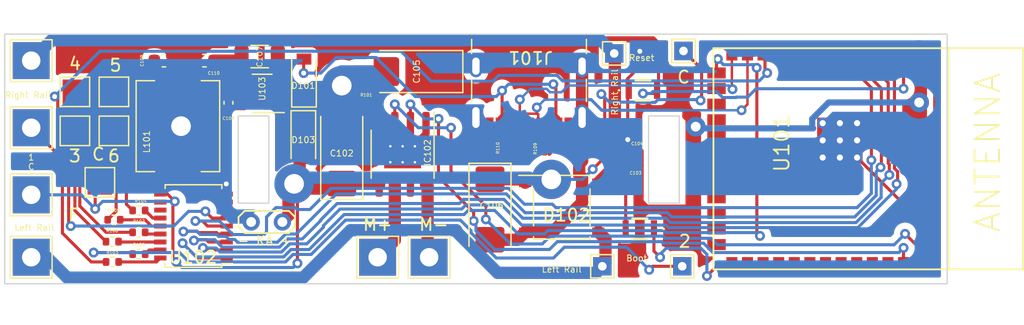
<source format=kicad_pcb>
(kicad_pcb (version 20211014) (generator pcbnew)
  (layers (0 "F.Cu" signal) (31 "B.Cu" signal) (34 "B.Paste" user) (35 "F.Paste" user) (36 "B.SilkS" user "B.Silkscreen") (37 "F.SilkS" user "F.Silkscreen") (38 "B.Mask" user) (39 "F.Mask" user) (44 "Edge.Cuts" user))
  (net 0 "")
  (net 1 "/Reset")
  (net 2 "GND")
  (net 3 "/MPower")
  (net 4 "+3V3")
  (net 5 "/Vin")
  (net 6 "/VBus")
  (net 7 "Net-(D102-Pad3)")
  (net 8 "Net-(D102-Pad4)")
  (net 9 "/MReverse")
  (net 10 "/MForward")
  (net 11 "Net-(IC102-Pad4)")
  (net 12 "Net-(IC102-Pad6)")
  (net 14 "Net-(IC102-Pad8)")
  (net 15 "/D-")
  (net 16 "/D+")
  (net 18 "Net-(J101-PadB5)")
  (net 19 "Net-(J101-PadA5)")
  (net 21 "Net-(R103-Pad1)")
  (net 22 "Net-(R103-Pad2)")
  (net 23 "Net-(R104-Pad1)")
  (net 24 "Net-(R104-Pad2)")
  (net 25 "Net-(R105-Pad1)")
  (net 26 "Net-(R105-Pad2)")
  (net 27 "Net-(R106-Pad1)")
  (net 28 "Net-(R106-Pad2)")
  (net 29 "Net-(R107-Pad1)")
  (net 30 "Net-(R107-Pad2)")
  (net 31 "Net-(R108-Pad1)")
  (net 32 "Net-(R108-Pad2)")
  (net 33 "/Boot0")
  (net 36 "/Function2")
  (net 37 "/Function3")
  (net 38 "/Function4")
  (net 39 "/Function5")
  (net 44 "/Function6")
  (net 45 "/Function1")
  (net 69 "Net-(C108-Pad1)")
  (net 70 "Net-(C108-Pad2)")
  (footprint "TestPoint:TestPoint_THTPad_1.5x1.5mm_Drill0.7mm" (layer "F.Cu") (at 122.936 87.4776)
    (fp_text reference "TP122" hide)
    (fp_text value "Left Rail")
  )
  (footprint "Capacitor_Tantalum_SMD:CP_EIA-6032-28_Kemet-C" (layer "F.Cu") (at 113.792 82.8535 -90)
    (fp_text reference "C106")
    (fp_text value "10Uf 25V")
  )
  (footprint "Resistor_SMD:R_0402_1005Metric" (layer "F.Cu") (at 83.051 85.471)
    (fp_text reference "R106")
    (fp_text value "1K")
  )
  (footprint "Capacitor_SMD:C_0201_0603Metric" (layer "F.Cu") (at 125.73 78.1304 180)
    (fp_text reference "C104")
    (fp_text value "1uf")
  )
  (footprint "Resistor_SMD:R_0201_0603Metric" (layer "F.Cu") (at 127.508 70.993 -90)
    (fp_text reference "R102" hide)
    (fp_text value "5.1K")
  )
  (footprint "TestPoint:TestPoint_THTPad_3.0x3.0mm_Drill1.5mm" (layer "F.Cu") (at 76.454 70.739)
    (fp_text reference "TP119" hide)
    (fp_text value "Right Rail")
  )
  (footprint "TestPoint:TestPoint_THTPad_1.5x1.5mm_Drill0.7mm" (layer "F.Cu") (at 129.4384 87.4776)
    (fp_text reference "TP113" hide)
    (fp_text value "2")
  )
  (footprint "TestPoint:TestPoint_THTPad_3.0x3.0mm_Drill1.5mm" (layer "F.Cu") (at 108.839 86.741)
    (fp_text reference "TP101" hide)
    (fp_text value "M-")
  )
  (footprint "Capacitor_Tantalum_SMD:CP_EIA-6032-28_Kemet-C" (layer "F.Cu") (at 107.823 71.628 180)
    (fp_text reference "C105")
    (fp_text value "10uf 25V")
  )
  (footprint "Capacitor_SMD:C_0603_1608Metric" (layer "F.Cu") (at 87.249 70.739 180)
    (fp_text reference "C109")
    (fp_text value "22uf 6.3V")
  )
  (footprint "Resistor_SMD:R_0201_0603Metric" (layer "F.Cu") (at 115.189 77.887 -90)
    (fp_text reference "R110")
    (fp_text value "5.1K")
  )
  (footprint "Capacitor_SMD:C_0201_0603Metric" (layer "F.Cu") (at 126.274 71.247 180)
    (fp_text reference "C101" hide)
    (fp_text value "1uf")
  )
  (footprint "TestPoint:TestPoint_Pad_2.0x2.0mm" (layer "F.Cu") (at 80.01 73.279)
    (fp_text reference "TP115" hide)
    (fp_text value "4")
  )
  (footprint "Diode_SMD:D_SOD-123" (layer "F.Cu") (at 98.6536 72.263 90)
    (fp_text reference "D101")
    (fp_text value "SBR545SAFQ-13")
  )
  (footprint "Capacitor_SMD:C_0603_1608Metric" (layer "F.Cu") (at 90.551 70.739)
    (fp_text reference "C110")
    (fp_text value "22uf 6.3V")
  )
  (footprint "ESP32S3-WROOM:ESP32_S3_WROOM-1" (layer "F.Cu") (at 141.097 78.727 -90)
    (fp_text reference "U101")
    (fp_text value "ESP32_S3_WROOM")
  )
  (footprint "Capacitor_SMD:C_0201_0603Metric" (layer "F.Cu") (at 125.73 79.248 180)
    (fp_text reference "C103")
    (fp_text value "1uf")
  )
  (footprint "Package_TO_SOT_SMD:TSOT-23-6" (layer "F.Cu") (at 95.25 73.406 180)
    (fp_text reference "U103")
    (fp_text value "AP63203WU")
  )
  (footprint "Resistor_SMD:R_0201_0603Metric" (layer "F.Cu") (at 103.723 74.168 180)
    (fp_text reference "R101")
    (fp_text value "20K")
  )
  (footprint "Diode_SMD:Diode_Bridge_Diotec_ABS" (layer "F.Cu") (at 119.634 82.677)
    (fp_text reference "D102")
    (fp_text value "ABS15M")
  )
  (footprint "TestPoint:TestPoint_Pad_2.0x2.0mm" (layer "F.Cu") (at 82.042 80.645)
    (fp_text reference "TP107" hide)
    (fp_text value "C")
  )
  (footprint "TestPoint:TestPoint_THTPad_3.0x3.0mm_Drill1.5mm" (layer "F.Cu") (at 76.454 76.2)
    (fp_text reference "TP110" hide)
    (fp_text value "1")
  )
  (footprint "Connector_USB:USB_C_Receptacle_GCT_USB4105-xx-A_16P_TopMnt_Horizontal" (layer "F.Cu") (at 116.967 72.263 180)
    (fp_text reference "J101")
    (fp_text value "USB_C_Receptacle")
  )
  (footprint "TestPoint:TestPoint_THTPad_1.5x1.5mm_Drill0.7mm" (layer "F.Cu") (at 123.9012 70.1548)
    (fp_text reference "TP121" hide)
    (fp_text value "Right Rail")
  )
  (footprint "NanoT:NanoT160AS" (layer "F.Cu") (at 126.238 73.152)
    (fp_text reference "SW101" hide)
    (fp_text value "Reset")
  )
  (footprint "Capacitor_SMD:C_0402_1005Metric" (layer "F.Cu") (at 92.5068 74.168 -90)
    (fp_text reference "C108")
    (fp_text value "100nf")
  )
  (footprint "Resistor_SMD:R_0402_1005Metric" (layer "F.Cu") (at 85.217 82.931)
    (fp_text reference "R104")
    (fp_text value "1K")
  )
  (footprint "Resistor_SMD:R_0402_1005Metric" (layer "F.Cu") (at 85.219 86.487)
    (fp_text reference "R105")
    (fp_text value "1K")
  )
  (footprint "TestPoint:TestPoint_2Pads_Pitch2.54mm_Drill0.8mm" (layer "F.Cu") (at 94.3556 83.8708)
    (fp_text reference "TP104" hide)
    (fp_text value "- KA +")
  )
  (footprint "Resistor_SMD:R_0402_1005Metric" (layer "F.Cu") (at 83.058 87.122)
    (fp_text reference "R103")
    (fp_text value "1K")
  )
  (footprint "Capacitor_Tantalum_SMD:CP_EIA-6032-28_Kemet-C" (layer "F.Cu") (at 101.727 78.2815 90)
    (fp_text reference "C102")
    (fp_text value "10uf 25V")
  )
  (footprint "Resistor_SMD:R_0402_1005Metric" (layer "F.Cu") (at 85.217 84.709)
    (fp_text reference "R107")
    (fp_text value "1K")
  )
  (footprint "Resistor_SMD:R_0402_1005Metric" (layer "F.Cu") (at 83.185 83.693)
    (fp_text reference "R108")
    (fp_text value "1K")
  )
  (footprint "TestPoint:TestPoint_THTPad_3.0x3.0mm_Drill1.5mm" (layer "F.Cu") (at 76.454 86.741)
    (fp_text reference "TP120" hide)
    (fp_text value "Left Rail")
  )
  (footprint "Diode_SMD:D_SOD-123" (layer "F.Cu") (at 98.6028 77.0636 -90)
    (fp_text reference "D103")
    (fp_text value "SBR545SAFQ-13")
  )
  (footprint "Package_SO:SSOP-18_4.4x6.5mm_P0.65mm" (layer "F.Cu") (at 89.662 84.201 180)
    (fp_text reference "U102")
    (fp_text value "TBD62083A")
  )
  (footprint "TestPoint:TestPoint_THTPad_3.0x3.0mm_Drill1.5mm" (layer "F.Cu") (at 76.454 81.661)
    (fp_text reference "TP103" hide)
    (fp_text value "C")
  )
  (footprint "TestPoint:TestPoint_Pad_2.0x2.0mm" (layer "F.Cu") (at 80.01 76.454)
    (fp_text reference "TP114" hide)
    (fp_text value "3")
  )
  (footprint "Capacitor_SMD:C_1206_3216Metric" (layer "F.Cu") (at 95.0468 70.4088 180)
    (fp_text reference "C107")
    (fp_text value "10uf 25V")
  )
  (footprint "TestPoint:TestPoint_THTPad_1.5x1.5mm_Drill0.7mm" (layer "F.Cu") (at 129.54 69.9516)
    (fp_text reference "TP112" hide)
    (fp_text value "C")
  )
  (footprint "TestPoint:TestPoint_Pad_2.0x2.0mm" (layer "F.Cu") (at 83.185 76.454)
    (fp_text reference "TP111" hide)
    (fp_text value "6")
  )
  (footprint "Inductor_SMD:L_Abracon_ASPI-0630LR" (layer "F.Cu") (at 88.392 76.073 90)
    (fp_text reference "L101")
    (fp_text value "3.9uH")
  )
  (footprint "TestPoint:TestPoint_Pad_2.0x2.0mm" (layer "F.Cu") (at 83.185 73.279)
    (fp_text reference "TP116" hide)
    (fp_text value "5")
  )
  (footprint "Package_SO:SOIC-8-1EP_3.9x4.9mm_P1.27mm_EP2.29x3mm_ThermalVias" (layer "F.Cu") (at 106.68 78.359 -90)
    (fp_text reference "IC102")
    (fp_text value "MP6614GN-Z")
  )
  (footprint "Resistor_SMD:R_0201_0603Metric" (layer "F.Cu") (at 118.237 77.913 -90)
    (fp_text reference "R109")
    (fp_text value "5.1K")
  )
  (footprint "TestPoint:TestPoint_THTPad_3.0x3.0mm_Drill1.5mm" (layer "F.Cu") (at 104.648 86.741)
    (fp_text reference "TP102" hide)
    (fp_text value "M+")
  )
  (footprint "NanoT:NanoT160AS" (layer "F.Cu") (at 125.984 84.4296 180)
    (fp_text reference "SW102" hide)
    (fp_text value "Boot")
  )
  (gr_rect (start 74.295 68.58) (end 151 88.9) (layer "Edge.Cuts") (width 0.1) (fill none))
  (gr_rect (start 93.295 75.24) (end 95.795 82.34) (layer "Edge.Cuts") (width 0.1) (fill none))
  (gr_rect (start 126.695 75.24) (end 129.195 82.34) (layer "Edge.Cuts") (width 0.1) (fill none))
  (gr_text "F" (at 79.883 83.312) (layer "F.SilkS") (effects (font (size 1 1))))
  (segment (start 126.238 73.4145) (end 127.5065 73.4145) (width 0.25) (layer "F.Cu") (net 1))
  (segment (start 127.508 73.413) (end 127.508 71.313) (width 0.25) (layer "F.Cu") (net 1))
  (segment (start 127.5065 73.4145) (end 127.508 73.413) (width 0.25) (layer "F.Cu") (net 1))
  (segment (start 147.447 73.025) (end 147.447 69.977) (width 0.25) (layer "F.Cu") (net 1))
  (segment (start 127.442 71.247) (end 127.508 71.313) (width 0.25) (layer "F.Cu") (net 1))
  (segment (start 126.594 71.247) (end 127.442 71.247) (width 0.25) (layer "F.Cu") (net 1))
  (via (at 147.447 73.025) (size 0.8) (drill 0.4) (layers "F.Cu" "B.Cu") (net 1))
  (via (at 126.238 73.4145) (size 0.8) (drill 0.4) (layers "F.Cu" "B.Cu") (net 1))
  (segment (start 133.806097 73.7395) (end 133.834797 73.7108) (width 0.25) (layer "B.Cu") (net 1))
  (segment (start 132.728905 73.7395) (end 133.806097 73.7395) (width 0.25) (layer "B.Cu") (net 1))
  (segment (start 127.052876 73.2536) (end 132.243005 73.2536) (width 0.25) (layer "B.Cu") (net 1))
  (segment (start 126.891976 73.4145) (end 127.052876 73.2536) (width 0.25) (layer "B.Cu") (net 1))
  (segment (start 132.243005 73.2536) (end 132.728905 73.7395) (width 0.25) (layer "B.Cu") (net 1))
  (segment (start 133.834797 73.7108) (end 134.761795 73.7108) (width 0.25) (layer "B.Cu") (net 1))
  (segment (start 134.761795 73.7108) (end 135.447595 73.025) (width 0.25) (layer "B.Cu") (net 1))
  (segment (start 135.447595 73.025) (end 147.447 73.025) (width 0.25) (layer "B.Cu") (net 1))
  (segment (start 126.238 73.4145) (end 126.891976 73.4145) (width 0.25) (layer "B.Cu") (net 1))
  (segment (start 124.834 84.4296) (end 124.834 79.128) (width 0.25) (layer "F.Cu") (net 2))
  (segment (start 125.29 79.128) (end 125.41 79.248) (width 0.25) (layer "F.Cu") (net 2))
  (segment (start 124.727 78.219) (end 124.727 77.4397) (width 0.25) (layer "F.Cu") (net 2))
  (segment (start 86.474 70.739) (end 86.474 71.309421) (width 1) (layer "F.Cu") (net 2))
  (segment (start 120.712 75.943) (end 121.287 75.368) (width 0.25) (layer "F.Cu") (net 2))
  (segment (start 88.646 76.073) (end 88.519 75.946) (width 1) (layer "F.Cu") (net 2))
  (segment (start 108.585 75.884) (end 108.585 76.454) (width 0.25) (layer "F.Cu") (net 2))
  (segment (start 85.598 74.549) (end 86.995 75.946) (width 1) (layer "F.Cu") (net 2))
  (segment (start 121.287 80.269133) (end 121.287 82.285402) (width 1) (layer "F.Cu") (net 2))
  (segment (start 125.984 69.977) (end 125.954 70.007) (width 0.25) (layer "F.Cu") (net 2))
  (segment (start 149.987 87.477) (end 149.987 69.977) (width 0.25) (layer "F.Cu") (net 2))
  (segment (start 115.189 78.207) (end 114.148 78.207) (width 0.25) (layer "F.Cu") (net 2))
  (segment (start 114.148 78.207) (end 113.767 77.826) (width 0.25) (layer "F.Cu") (net 2))
  (segment (start 149.987 84.947) (end 142.267 77.227) (width 0.25) (layer "F.Cu") (net 2))
  (segment (start 125.0015 77.1652) (end 125.0015 73.7005) (width 0.25) (layer "F.Cu") (net 2))
  (segment (start 119.992 76.843) (end 120.167 76.668) (width 0.25) (layer "F.Cu") (net 2))
  (segment (start 113.792 85.316) (end 116.02 85.316) (width 1) (layer "F.Cu") (net 2))
  (segment (start 118.492 78.233) (end 118.618 78.359) (width 0.25) (layer "F.Cu") (net 2))
  (segment (start 113.222 75.943) (end 112.647 75.368) (width 0.25) (layer "F.Cu") (net 2))
  (segment (start 91.326 73.770579) (end 89.023579 76.073) (width 1) (layer "F.Cu") (net 2))
  (segment (start 124.961 72.24) (end 124.961 73.66) (width 0.25) (layer "F.Cu") (net 2))
  (segment (start 93.5718 71.9153) (end 94.1125 72.456) (width 1) (layer "F.Cu") (net 2))
  (segment (start 118.895402 84.677) (end 116.659 84.677) (width 1) (layer "F.Cu") (net 2))
  (segment (start 125.954 70.007) (end 125.954 71.247) (width 0.25) (layer "F.Cu") (net 2))
  (segment (start 101.727 75.819) (end 101.727 72.771) (width 1) (layer "F.Cu") (net 2))
  (segment (start 121.287 75.368) (end 121.287 78.888437) (width 1) (layer "F.Cu") (net 2))
  (segment (start 149.987 87.477) (end 149.987 84.947) (width 0.25) (layer "F.Cu") (net 2))
  (segment (start 92.362 81.601) (end 92.362 80.805) (width 0.25) (layer "F.Cu") (net 2))
  (segment (start 103.378 74.168) (end 101.727 75.819) (width 0.25) (layer "F.Cu") (net 2))
  (segment (start 120.167 75.943) (end 120.712 75.943) (width 0.25) (layer "F.Cu") (net 2))
  (segment (start 121.052287 79.12315) (end 121.052287 80.03442) (width 1) (layer "F.Cu") (net 2))
  (segment (start 125.41 78.1304) (end 124.8156 78.1304) (width 0.25) (layer "F.Cu") (net 2))
  (segment (start 124.727 79.1842) (end 124.727 78.219) (width 0.25) (layer "F.Cu") (net 2))
  (segment (start 93.2416 70.739) (end 93.5718 70.4088) (width 1) (layer "F.Cu") (net 2))
  (segment (start 121.052287 80.03442) (end 121.287 80.269133) (width 1) (layer "F.Cu") (net 2))
  (segment (start 103.403 74.168) (end 103.378 74.168) (width 0.25) (layer "F.Cu") (net 2))
  (segment (start 107.569 77.535) (end 107.442 77.662) (width 0.25) (layer "F.Cu") (net 2))
  (segment (start 124.834 79.128) (end 125.29 79.128) (width 0.25) (layer "F.Cu") (net 2))
  (segment (start 91.326 70.739) (end 93.2416 70.739) (width 1) (layer "F.Cu") (net 2))
  (segment (start 125.954 71.247) (end 124.961 72.24) (width 0.25) (layer "F.Cu") (net 2))
  (segment (start 85.598 72.185421) (end 85.598 74.549) (width 1) (layer "F.Cu") (net 2))
  (segment (start 93.5718 70.4088) (end 93.5718 71.9153) (width 1) (layer "F.Cu") (net 2))
  (segment (start 121.287 71.188) (end 121.287 75.368) (width 1) (layer "F.Cu") (net 2))
  (segment (start 125.0015 73.7005) (end 124.961 73.66) (width 0.25) (layer "F.Cu") (net 2))
  (segment (start 125.41 79.248) (end 124.7908 79.248) (width 0.25) (layer "F.Cu") (net 2))
  (segment (start 88.519 75.946) (end 86.995 75.946) (width 1) (layer "F.Cu") (net 2))
  (segment (start 121.287 78.888437) (end 121.052287 79.12315) (width 1) (layer "F.Cu") (net 2))
  (segment (start 120.167 76.668) (end 120.167 75.943) (width 0.25) (layer "F.Cu") (net 2))
  (segment (start 86.474 71.309421) (end 85.598 72.185421) (width 1) (layer "F.Cu") (net 2))
  (segment (start 118.618 78.359) (end 118.999 77.978) (width 0.25) (layer "F.Cu") (net 2))
  (segment (start 118.237 78.233) (end 118.492 78.233) (width 0.25) (layer "F.Cu") (net 2))
  (segment (start 92.362 80.805) (end 92.329 80.772) (width 0.25) (layer "F.Cu") (net 2))
  (segment (start 118.999 77.978) (end 118.999 77.111) (width 0.25) (layer "F.Cu") (net 2))
  (segment (start 108.585 76.454) (end 106.68 78.359) (width 0.25) (layer "F.Cu") (net 2))
  (segment (start 124.8156 78.1304) (end 124.727 78.219) (width 0.25) (layer "F.Cu") (net 2))
  (segment (start 113.767 75.943) (end 113.222 75.943) (width 0.25) (layer "F.Cu") (net 2))
  (segment (start 119.267 76.843) (end 119.992 76.843) (width 0.25) (layer "F.Cu") (net 2))
  (segment (start 105.3605 71.628) (end 102.87 71.628) (width 1) (layer "F.Cu") (net 2))
  (segment (start 89.023579 76.073) (end 88.646 76.073) (width 1) (layer "F.Cu") (net 2))
  (segment (start 113.767 77.826) (end 113.767 75.943) (width 0.25) (layer "F.Cu") (net 2))
  (segment (start 124.7908 79.248) (end 124.727 79.1842) (width 0.25) (layer "F.Cu") (net 2))
  (segment (start 121.287 82.285402) (end 118.895402 84.677) (width 1) (layer "F.Cu") (net 2))
  (segment (start 124.727 77.4397) (end 125.0015 77.1652) (width 0.25) (layer "F.Cu") (net 2))
  (segment (start 116.02 85.316) (end 116.659 84.677) (width 1) (layer "F.Cu") (net 2))
  (segment (start 102.87 71.628) (end 101.727 72.771) (width 1) (layer "F.Cu") (net 2))
  (segment (start 91.326 70.739) (end 91.326 73.770579) (width 1) (layer "F.Cu") (net 2))
  (segment (start 118.999 77.111) (end 119.267 76.843) (width 0.25) (layer "F.Cu") (net 2))
  (via (at 101.727 72.771) (size 3.2) (drill 1.6) (layers "F.Cu" "B.Cu") (net 2))
  (via (at 125.0015 77.1652) (size 0.8) (drill 0.4) (layers "F.Cu" "B.Cu") (net 2))
  (via (at 92.329 80.772) (size 0.8) (drill 0.4) (layers "F.Cu" "B.Cu") (net 2))
  (via (at 125.984 69.977) (size 0.8) (drill 0.4) (layers "F.Cu" "B.Cu") (net 2))
  (via (at 88.646 76.073) (size 3.2) (drill 1.6) (layers "F.Cu" "B.Cu") (net 2))
  (segment (start 113.223 70.612) (end 112.647 71.188) (width 1) (layer "B.Cu") (net 2))
  (segment (start 121.287 71.188) (end 120.711 70.612) (width 1) (layer "B.Cu") (net 2))
  (segment (start 120.711 70.612) (end 113.223 70.612) (width 1) (layer "B.Cu") (net 2))
  (segment (start 101.727 80.744) (end 104.685 80.744) (width 1) (layer "F.Cu") (net 3))
  (segment (start 104.685 80.744) (end 104.775 80.834) (width 1) (layer "F.Cu") (net 3))
  (segment (start 123.127 78.604072) (end 122.152287 79.578785) (width 0.25) (layer "F.Cu") (net 3))
  (segment (start 116.373 80.391) (end 116.659 80.677) (width 1) (layer "F.Cu") (net 3))
  (segment (start 87.9856 82.3468) (end 87.9856 86.8426) (width 0.25) (layer "F.Cu") (net 3))
  (segment (start 86.962 81.601) (end 87.5446 81.601) (width 0.25) (layer "F.Cu") (net 3))
  (segment (start 87.5446 81.601) (end 88.138 82.1944) (width 0.25) (layer "F.Cu") (net 3))
  (segment (start 115.697 80.391) (end 116.373 80.391) (width 1) (layer "F.Cu") (net 3))
  (segment (start 81.661 81.026) (end 82.042 80.645) (width 0.25) (layer "F.Cu") (net 3))
  (segment (start 97.3945 83.3211) (end 96.8956 83.82) (width 1) (layer "F.Cu") (net 3))
  (segment (start 98.2327 81.153) (end 101.318 81.153) (width 1) (layer "F.Cu") (net 3))
  (segment (start 113.792 80.391) (end 115.697 80.391) (width 1) (layer "F.Cu") (net 3))
  (segment (start 115.711566 80.405566) (end 115.697 80.391) (width 1) (layer "F.Cu") (net 3))
  (segment (start 131.0132 71.4248) (end 129.54 69.9516) (width 0.25) (layer "F.Cu") (net 3))
  (segment (start 98.298 80.3148) (end 98.298 78.739) (width 1) (layer "F.Cu") (net 3))
  (segment (start 101.318 81.153) (end 101.727 80.744) (width 1) (layer "F.Cu") (net 3))
  (segment (start 97.84625 80.76655) (end 98.298 80.3148) (width 1) (layer "F.Cu") (net 3))
  (segment (start 131.0132 73.892398) (end 131.0132 71.4248) (width 0.25) (layer "F.Cu") (net 3))
  (segment (start 98.1195 81.0398) (end 98.1195 87.2369) (width 0.25) (layer "F.Cu") (net 3))
  (segment (start 97.84625 80.76655) (end 98.1195 81.0398) (width 0.25) (layer "F.Cu") (net 3))
  (segment (start 97.3945 81.2183) (end 97.3945 83.3211) (width 1) (layer "F.Cu") (net 3))
  (segment (start 118.782936 80.405566) (end 115.711566 80.405566) (width 1) (layer "F.Cu") (net 3))
  (segment (start 123.127 73.739) (end 123.127 78.604072) (width 0.25) (layer "F.Cu") (net 3))
  (segment (start 88.138 82.1944) (end 87.9856 82.3468) (width 0.25) (layer "F.Cu") (net 3))
  (segment (start 97.84625 80.76655) (end 97.3945 81.2183) (width 1) (layer "F.Cu") (net 3))
  (segment (start 130.927498 73.9781) (end 131.0132 73.892398) (width 0.25) (layer "F.Cu") (net 3))
  (segment (start 97.84625 80.76655) (end 98.2327 81.153) (width 1) (layer "F.Cu") (net 3))
  (segment (start 122.8525 73.4645) (end 123.127 73.739) (width 0.25) (layer "F.Cu") (net 3))
  (segment (start 87.9856 86.8426) (end 88.265 87.122) (width 0.25) (layer "F.Cu") (net 3))
  (segment (start 81.661 82.804) (end 81.661 81.026) (width 0.25) (layer "F.Cu") (net 3))
  (via (at 118.782936 80.405566) (size 3.2) (drill 1.6) (layers "F.Cu" "B.Cu") (net 3))
  (via (at 122.152287 79.578785) (size 0.8) (drill 0.4) (layers "F.Cu" "B.Cu") (net 3))
  (via (at 81.661 82.804) (size 0.8) (drill 0.4) (layers "F.Cu" "B.Cu") (net 3))
  (via (at 97.84625 80.76655) (size 3.2) (drill 1.6) (layers "F.Cu" "B.Cu") (net 3))
  (via (at 88.138 82.1944) (size 0.8) (drill 0.4) (layers "F.Cu" "B.Cu") (net 3))
  (via (at 88.265 87.122) (size 0.8) (drill 0.4) (layers "F.Cu" "B.Cu") (net 3))
  (via (at 130.927498 73.9781) (size 0.8) (drill 0.4) (layers "F.Cu" "B.Cu") (net 3))
  (via (at 122.8525 73.4645) (size 0.8) (drill 0.4) (layers "F.Cu" "B.Cu") (net 3))
  (via (at 98.1195 87.2369) (size 0.8) (drill 0.4) (layers "F.Cu" "B.Cu") (net 3))
  (segment (start 116.967 80.264) (end 117.108566 80.405566) (width 1) (layer "B.Cu") (net 3))
  (segment (start 88.718 87.575) (end 88.265 87.122) (width 0.25) (layer "B.Cu") (net 3))
  (segment (start 127.2317 74.1395) (end 127.4572 73.914) (width 0.25) (layer "B.Cu") (net 3))
  (segment (start 82.2706 82.1944) (end 81.661 82.804) (width 0.25) (layer "B.Cu") (net 3))
  (segment (start 97.7814 87.575) (end 88.718 87.575) (width 0.25) (layer "B.Cu") (net 3))
  (segment (start 88.138 82.1944) (end 82.2706 82.1944) (width 0.25) (layer "B.Cu") (net 3))
  (segment (start 127.4572 73.914) (end 130.863398 73.914) (width 0.25) (layer "B.Cu") (net 3))
  (segment (start 80.518 81.661) (end 81.661 82.804) (width 0.25) (layer "B.Cu") (net 3))
  (segment (start 76.454 81.661) (end 80.518 81.661) (width 0.25) (layer "B.Cu") (net 3))
  (segment (start 130.863398 73.914) (end 130.927498 73.9781) (width 0.25) (layer "B.Cu") (net 3))
  (segment (start 125.937695 74.1395) (end 127.2317 74.1395) (width 0.25) (layer "B.Cu") (net 3))
  (segment (start 98.1195 87.2369) (end 97.7814 87.575) (width 0.25) (layer "B.Cu") (net 3))
  (segment (start 122.152287 79.578785) (end 121.325506 80.405566) (width 0.25) (layer "B.Cu") (net 3))
  (segment (start 98.3488 80.264) (end 116.967 80.264) (width 1) (layer "B.Cu") (net 3))
  (segment (start 123.5052 74.1172) (end 125.915395 74.1172) (width 0.25) (layer "B.Cu") (net 3))
  (segment (start 125.915395 74.1172) (end 125.937695 74.1395) (width 0.25) (layer "B.Cu") (net 3))
  (segment (start 117.108566 80.405566) (end 118.782936 80.405566) (width 1) (layer "B.Cu") (net 3))
  (segment (start 122.8525 73.4645) (end 123.5052 74.1172) (width 0.25) (layer "B.Cu") (net 3))
  (segment (start 97.84625 80.76655) (end 98.3488 80.264) (width 1) (layer "B.Cu") (net 3))
  (segment (start 121.325506 80.405566) (end 118.782936 80.405566) (width 0.25) (layer "B.Cu") (net 3))
  (segment (start 128.038 72.412) (end 128.108 72.342) (width 0.5) (layer "F.Cu") (net 4))
  (segment (start 126.05 82.2096) (end 126.05 79.248) (width 0.5) (layer "F.Cu") (net 4))
  (segment (start 130.534282 82.165318) (end 129.9972 82.7024) (width 0.5) (layer "F.Cu") (net 4))
  (segment (start 127.508 69.469) (end 127.508 70.673) (width 0.5) (layer "F.Cu") (net 4))
  (segment (start 127.805107 70.673) (end 127.699041 70.673) (width 0.5) (layer "F.Cu") (net 4))
  (segment (start 91.5286 68.9864) (end 107.7214 68.9864) (width 0.5) (layer "F.Cu") (net 4))
  (segment (start 126.05 79.248) (end 126.05 78.1304) (width 0.5) (layer "F.Cu") (net 4))
  (segment (start 130.534282 76.1153) (end 129.6924 75.273418) (width 0.5) (layer "F.Cu") (net 4))
  (segment (start 129.6924 74.0664) (end 128.038 72.412) (width 0.5) (layer "F.Cu") (net 4))
  (segment (start 95.1992 69.088) (end 95.0976 68.9864) (width 0.5) (layer "F.Cu") (net 4))
  (segment (start 95.897183 74.356) (end 95.1992 73.658017) (width 0.5) (layer "F.Cu") (net 4))
  (segment (start 127.508 70.673) (end 127.699041 70.673) (width 0.25) (layer "F.Cu") (net 4))
  (segment (start 110.208 70.866) (end 112.0652 69.0088) (width 0.5) (layer "F.Cu") (net 4))
  (segment (start 128.108 70.975893) (end 127.805107 70.673) (width 0.5) (layer "F.Cu") (net 4))
  (segment (start 107.7214 68.9864) (end 110.2855 71.5505) (width 0.5) (layer "F.Cu") (net 4))
  (segment (start 110.2855 71.5505) (end 110.2855 71.628) (width 0.25) (layer "F.Cu") (net 4))
  (segment (start 130.534282 76.1153) (end 130.534282 82.165318) (width 0.5) (layer "F.Cu") (net 4))
  (segment (start 128.108 72.342) (end 128.108 70.975893) (width 0.5) (layer "F.Cu") (net 4))
  (segment (start 130.534282 76.1153) (end 130.652782 75.9968) (width 0.5) (layer "F.Cu") (net 4))
  (segment (start 126.5428 82.7024) (end 126.05 82.2096) (width 0.5) (layer "F.Cu") (net 4))
  (segment (start 130.652782 75.9968) (end 130.6576 75.9968) (width 0.5) (layer "F.Cu") (net 4))
  (segment (start 129.6924 75.273418) (end 129.6924 74.0664) (width 0.5) (layer "F.Cu") (net 4))
  (segment (start 127.0478 69.0088) (end 127.508 69.469) (width 0.5) (layer "F.Cu") (net 4))
  (segment (start 129.9972 82.7024) (end 126.5428 82.7024) (width 0.5) (layer "F.Cu") (net 4))
  (segment (start 89.776 70.739) (end 91.5286 68.9864) (width 0.5) (layer "F.Cu") (net 4))
  (segment (start 96.3875 74.356) (end 95.897183 74.356) (width 0.5) (layer "F.Cu") (net 4))
  (segment (start 148.717 74.1426) (end 148.717 69.977) (width 0.5) (layer "F.Cu") (net 4))
  (segment (start 112.0652 69.0088) (end 127.0478 69.0088) (width 0.5) (layer "F.Cu") (net 4))
  (segment (start 95.1992 73.658017) (end 95.1992 69.088) (width 0.5) (layer "F.Cu") (net 4))
  (via (at 148.717 74.1426) (size 1.6) (drill 0.8) (layers "F.Cu" "B.Cu") (net 4))
  (via (at 130.534282 76.1153) (size 1.6) (drill 0.8) (layers "F.Cu" "B.Cu") (net 4))
  (segment (start 140.017 76.179082) (end 140.017 75.474918) (width 0.5) (layer "B.Cu") (net 4))
  (segment (start 140.017 75.474918) (end 141.349318 74.1426) (width 0.5) (layer "B.Cu") (net 4))
  (segment (start 141.349318 74.1426) (end 148.717 74.1426) (width 0.5) (layer "B.Cu") (net 4))
  (segment (start 140.088718 76.2508) (end 140.017 76.179082) (width 0.5) (layer "B.Cu") (net 4))
  (segment (start 130.534282 76.1153) (end 130.669782 76.2508) (width 0.5) (layer "B.Cu") (net 4))
  (segment (start 130.669782 76.2508) (end 140.088718 76.2508) (width 0.5) (layer "B.Cu") (net 4))
  (segment (start 98.6536 73.913) (end 98.6536 75.3628) (width 1) (layer "F.Cu") (net 5))
  (segment (start 98.6536 75.3628) (end 98.6028 75.4136) (width 1) (layer "F.Cu") (net 5))
  (segment (start 96.5218 72.3217) (end 96.3875 72.456) (width 1) (layer "F.Cu") (net 5))
  (segment (start 96.3875 73.406) (end 98.1466 73.406) (width 1) (layer "F.Cu") (net 5))
  (segment (start 96.5218 70.4088) (end 96.5218 72.3217) (width 1) (layer "F.Cu") (net 5))
  (segment (start 96.3875 72.456) (end 96.3875 73.406) (width 1) (layer "F.Cu") (net 5))
  (segment (start 98.1466 73.406) (end 98.6536 73.913) (width 1) (layer "F.Cu") (net 5))
  (segment (start 119.367 75.367951) (end 119.367 75.943) (width 0.25) (layer "F.Cu") (net 6))
  (segment (start 114.777001 74.57805) (end 114.777001 75.15795) (width 0.25) (layer "F.Cu") (net 6))
  (segment (start 98.6282 71.755) (end 98.6282 70.6384) (width 0.25) (layer "F.Cu") (net 6))
  (segment (start 114.567 75.367951) (end 114.567 75.943) (width 0.25) (layer "F.Cu") (net 6))
  (segment (start 118.94893 72.662245) (end 119.156999 72.870314) (width 0.25) (layer "F.Cu") (net 6))
  (segment (start 119.156999 72.870314) (end 119.156999 75.15795) (width 0.25) (layer "F.Cu") (net 6))
  (segment (start 98.6282 70.6384) (end 98.6536 70.613) (width 0.25) (layer "F.Cu") (net 6))
  (segment (start 119.156999 75.15795) (end 119.367 75.367951) (width 0.25) (layer "F.Cu") (net 6))
  (segment (start 114.777001 75.15795) (end 114.567 75.367951) (width 0.25) (layer "F.Cu") (net 6))
  (segment (start 114.777001 73.182999) (end 114.777001 74.57805) (width 0.25) (layer "F.Cu") (net 6))
  (via (at 98.6282 71.755) (size 0.8) (drill 0.4) (layers "F.Cu" "B.Cu") (net 6))
  (via (at 114.777001 73.182999) (size 0.8) (drill 0.4) (layers "F.Cu" "B.Cu") (net 6))
  (via (at 118.94893 72.662245) (size 0.8) (drill 0.4) (layers "F.Cu" "B.Cu") (net 6))
  (segment (start 115.297755 72.662245) (end 118.94893 72.662245) (width 0.25) (layer "B.Cu") (net 6))
  (segment (start 114.3 73.66) (end 114.777001 73.182999) (width 0.25) (layer "B.Cu") (net 6))
  (segment (start 107.705305 73.66) (end 114.3 73.66) (width 0.25) (layer "B.Cu") (net 6))
  (segment (start 98.6282 71.755) (end 100.020638 71.755) (width 0.25) (layer "B.Cu") (net 6))
  (segment (start 100.020638 71.755) (end 101.290638 70.485) (width 0.25) (layer "B.Cu") (net 6))
  (segment (start 101.290638 70.485) (end 104.530305 70.485) (width 0.25) (layer "B.Cu") (net 6))
  (segment (start 104.530305 70.485) (end 107.705305 73.66) (width 0.25) (layer "B.Cu") (net 6))
  (segment (start 114.777001 73.182999) (end 115.297755 72.662245) (width 0.25) (layer "B.Cu") (net 6))
  (segment (start 123.19 87.249) (end 123.19 85.258) (width 1) (layer "F.Cu") (net 7))
  (segment (start 123.19 85.258) (end 122.609 84.677) (width 1) (layer "F.Cu") (net 7))
  (segment (start 111.039 84.541) (end 111.039 84.633702) (width 1) (layer "B.Cu") (net 7))
  (segment (start 77.724 86.741) (end 79.383 88.4) (width 1) (layer "B.Cu") (net 7))
  (segment (start 114.416298 88.011) (end 122.428 88.011) (width 1) (layer "B.Cu") (net 7))
  (segment (start 111.039 84.633702) (end 114.416298 88.011) (width 1) (layer "B.Cu") (net 7))
  (segment (start 79.383 88.4) (end 98.589 88.4) (width 1) (layer "B.Cu") (net 7))
  (segment (start 98.589 88.4) (end 102.448 84.541) (width 1) (layer "B.Cu") (net 7))
  (segment (start 76.454 86.741) (end 77.724 86.741) (width 1) (layer "B.Cu") (net 7))
  (segment (start 122.428 88.011) (end 123.19 87.249) (width 1) (layer "B.Cu") (net 7))
  (segment (start 102.448 84.541) (end 111.039 84.541) (width 1) (layer "B.Cu") (net 7))
  (segment (start 123.952 70.231) (end 123.952 71.4248) (width 1) (layer "F.Cu") (net 8))
  (segment (start 123.952 71.4248) (end 123.952 70.4088) (width 0.5) (layer "F.Cu") (net 8))
  (segment (start 123.952 71.4248) (end 123.952 79.334) (width 1) (layer "F.Cu") (net 8))
  (segment (start 123.952 79.334) (end 122.609 80.677) (width 1) (layer "F.Cu") (net 8))
  (segment (start 78.113 69.08) (end 76.454 70.739) (width 1) (layer "B.Cu") (net 8))
  (segment (start 123.952 70.231) (end 122.801 69.08) (width 1) (layer "B.Cu") (net 8))
  (segment (start 122.801 69.08) (end 78.113 69.08) (width 1) (layer "B.Cu") (net 8))
  (segment (start 107.315 74.295) (end 107.315 75.884) (width 0.25) (layer "F.Cu") (net 9))
  (segment (start 109.601 75.4755) (end 109.601 80.217864) (width 0.25) (layer "F.Cu") (net 9))
  (segment (start 112.461691 83.078555) (end 112.461691 83.781924) (width 0.25) (layer "F.Cu") (net 9))
  (segment (start 147.447 87.477) (end 147.447 85.979) (width 0.25) (layer "F.Cu") (net 9))
  (segment (start 109.601 80.217864) (end 112.461691 83.078555) (width 0.25) (layer "F.Cu") (net 9))
  (via (at 107.315 74.295) (size 0.8) (drill 0.4) (layers "F.Cu" "B.Cu") (net 9))
  (via (at 147.447 85.979) (size 0.8) (drill 0.4) (layers "F.Cu" "B.Cu") (net 9))
  (via (at 109.601 75.4755) (size 0.8) (drill 0.4) (layers "F.Cu" "B.Cu") (net 9))
  (via (at 112.461691 83.781924) (size 0.8) (drill 0.4) (layers "F.Cu" "B.Cu") (net 9))
  (segment (start 112.649 83.969233) (end 112.649 84.582) (width 0.25) (layer "B.Cu") (net 9))
  (segment (start 127.887604 85.598) (end 131.175396 85.598) (width 0.25) (layer "B.Cu") (net 9))
  (segment (start 119.268128 85.471) (end 127.760604 85.471) (width 0.25) (layer "B.Cu") (net 9))
  (segment (start 147.066 86.36) (end 147.447 85.979) (width 0.25) (layer "B.Cu") (net 9))
  (segment (start 131.175396 85.598) (end 131.937396 86.36) (width 0.25) (layer "B.Cu") (net 9))
  (segment (start 127.760604 85.471) (end 127.887604 85.598) (width 0.25) (layer "B.Cu") (net 9))
  (segment (start 131.937396 86.36) (end 147.066 86.36) (width 0.25) (layer "B.Cu") (net 9))
  (segment (start 109.601 75.4755) (end 108.4955 75.4755) (width 0.25) (layer "B.Cu") (net 9))
  (segment (start 112.649 84.582) (end 114.173 86.106) (width 0.25) (layer "B.Cu") (net 9))
  (segment (start 112.461691 83.781924) (end 112.649 83.969233) (width 0.25) (layer "B.Cu") (net 9))
  (segment (start 114.173 86.106) (end 118.633128 86.106) (width 0.25) (layer "B.Cu") (net 9))
  (segment (start 108.4955 75.4755) (end 107.315 74.295) (width 0.25) (layer "B.Cu") (net 9))
  (segment (start 118.633128 86.106) (end 119.268128 85.471) (width 0.25) (layer "B.Cu") (net 9))
  (segment (start 148.717 85.979) (end 147.574 84.836) (width 0.25) (layer "F.Cu") (net 10))
  (segment (start 113.453455 82.578128) (end 113.453455 83.65779) (width 0.25) (layer "F.Cu") (net 10))
  (segment (start 110.617 79.741673) (end 113.453455 82.578128) (width 0.25) (layer "F.Cu") (net 10))
  (segment (start 110.617 76.2) (end 110.617 79.741673) (width 0.25) (layer "F.Cu") (net 10))
  (segment (start 106.045 74.295) (end 106.045 75.884) (width 0.25) (layer "F.Cu") (net 10))
  (segment (start 148.717 87.477) (end 148.717 85.979) (width 0.25) (layer "F.Cu") (net 10))
  (via (at 106.045 74.295) (size 0.8) (drill 0.4) (layers "F.Cu" "B.Cu") (net 10))
  (via (at 113.453455 83.65779) (size 0.8) (drill 0.4) (layers "F.Cu" "B.Cu") (net 10))
  (via (at 110.617 76.2) (size 0.8) (drill 0.4) (layers "F.Cu" "B.Cu") (net 10))
  (via (at 147.574 84.836) (size 0.8) (drill 0.4) (layers "F.Cu" "B.Cu") (net 10))
  (segment (start 110.617 76.2) (end 107.95 76.2) (width 0.25) (layer "B.Cu") (net 10))
  (segment (start 107.95 76.2) (end 106.045 74.295) (width 0.25) (layer "B.Cu") (net 10))
  (segment (start 127.87629 85.021) (end 128.05329 85.198) (width 0.25) (layer "B.Cu") (net 10))
  (segment (start 115.451665 85.656) (end 118.052 85.656) (width 0.25) (layer "B.Cu") (net 10))
  (segment (start 118.687 85.021) (end 127.87629 85.021) (width 0.25) (layer "B.Cu") (net 10))
  (segment (start 118.052 85.656) (end 118.687 85.021) (width 0.25) (layer "B.Cu") (net 10))
  (segment (start 128.05329 85.198) (end 131.763305 85.198) (width 0.25) (layer "B.Cu") (net 10))
  (segment (start 132.290305 85.725) (end 146.685 85.725) (width 0.25) (layer "B.Cu") (net 10))
  (segment (start 113.453455 83.65779) (end 115.451665 85.656) (width 0.25) (layer "B.Cu") (net 10))
  (segment (start 146.685 85.725) (end 147.574 84.836) (width 0.25) (layer "B.Cu") (net 10))
  (segment (start 131.763305 85.198) (end 132.290305 85.725) (width 0.25) (layer "B.Cu") (net 10))
  (segment (start 104.775 74.9) (end 104.043 74.168) (width 0.25) (layer "F.Cu") (net 11))
  (segment (start 104.775 75.884) (end 104.775 74.9) (width 0.25) (layer "F.Cu") (net 11))
  (segment (start 106.045 80.834) (end 106.045 85.344) (width 1) (layer "F.Cu") (net 12))
  (segment (start 106.045 85.344) (end 104.648 86.741) (width 1) (layer "F.Cu") (net 12))
  (segment (start 108.712 80.961) (end 108.712 86.614) (width 1) (layer "F.Cu") (net 14))
  (segment (start 108.712 86.614) (end 108.839 86.741) (width 1) (layer "F.Cu") (net 14))
  (segment (start 108.585 80.834) (end 108.712 80.961) (width 1) (layer "F.Cu") (net 14))
  (segment (start 116.717 75.943) (end 116.717 75.061) (width 0.2) (layer "F.Cu") (net 15))
  (segment (start 116.717 75.061) (end 116.721 75.057) (width 0.2) (layer "F.Cu") (net 15))
  (segment (start 134.747 74.295) (end 134.747 69.977) (width 0.2) (layer "F.Cu") (net 15))
  (segment (start 134.2644 74.7776) (end 134.747 74.295) (width 0.2) (layer "F.Cu") (net 15))
  (segment (start 117.656 75.057) (end 117.717 75.118) (width 0.2) (layer "F.Cu") (net 15))
  (segment (start 116.721 75.057) (end 117.656 75.057) (width 0.2) (layer "F.Cu") (net 15))
  (segment (start 117.602 75.003) (end 117.656 75.057) (width 0.2) (layer "F.Cu") (net 15))
  (segment (start 117.717 75.118) (end 117.717 75.943) (width 0.2) (layer "F.Cu") (net 15))
  (segment (start 117.602 74.549) (end 117.602 75.003) (width 0.2) (layer "F.Cu") (net 15))
  (via (at 134.2644 74.7776) (size 0.8) (drill 0.4) (layers "F.Cu" "B.Cu") (net 15))
  (via (at 117.602 74.549) (size 0.8) (drill 0.4) (layers "F.Cu" "B.Cu") (net 15))
  (segment (start 122.8852 74.7776) (end 129.6416 74.7776) (width 0.25) (layer "B.Cu") (net 15))
  (segment (start 118.237 73.914) (end 117.602 74.549) (width 0.2) (layer "B.Cu") (net 15))
  (segment (start 121.828921 73.914) (end 118.237 73.914) (width 0.2) (layer "B.Cu") (net 15))
  (segment (start 121.828921 73.914) (end 122.0216 73.914) (width 0.25) (layer "B.Cu") (net 15))
  (segment (start 122.0216 73.914) (end 122.8852 74.7776) (width 0.25) (layer "B.Cu") (net 15))
  (segment (start 129.6416 74.7776) (end 134.2644 74.7776) (width 0.2) (layer "B.Cu") (net 15))
  (segment (start 116.217 73.902) (end 116.217 75.943) (width 0.2) (layer "F.Cu") (net 16))
  (segment (start 116.217 76.768) (end 116.284 76.835) (width 0.2) (layer "F.Cu") (net 16))
  (segment (start 116.217 75.943) (end 116.217 76.768) (width 0.2) (layer "F.Cu") (net 16))
  (segment (start 117.15 76.835) (end 117.217 76.768) (width 0.2) (layer "F.Cu") (net 16))
  (segment (start 116.284 76.835) (end 117.15 76.835) (width 0.2) (layer "F.Cu") (net 16))
  (segment (start 133.526502 73.0645) (end 133.477 73.014998) (width 0.2) (layer "F.Cu") (net 16))
  (segment (start 133.477 73.014998) (end 133.477 69.977) (width 0.2) (layer "F.Cu") (net 16))
  (segment (start 117.217 76.768) (end 117.217 75.943) (width 0.2) (layer "F.Cu") (net 16))
  (via (at 133.526502 73.0645) (size 0.8) (drill 0.4) (layers "F.Cu" "B.Cu") (net 16))
  (via (at 116.217 73.902) (size 0.8) (drill 0.4) (layers "F.Cu" "B.Cu") (net 16))
  (segment (start 120.15626 72.765) (end 119.609015 73.312245) (width 0.2) (layer "B.Cu") (net 16))
  (segment (start 119.609015 73.312245) (end 118.679691 73.312245) (width 0.2) (layer "B.Cu") (net 16))
  (segment (start 118.404691 73.037245) (end 117.081755 73.037245) (width 0.2) (layer "B.Cu") (net 16))
  (segment (start 118.679691 73.312245) (end 118.404691 73.037245) (width 0.2) (layer "B.Cu") (net 16))
  (segment (start 117.081755 73.037245) (end 116.217 73.902) (width 0.2) (layer "B.Cu") (net 16))
  (segment (start 133.227002 72.765) (end 120.15626 72.765) (width 0.2) (layer "B.Cu") (net 16))
  (segment (start 133.526502 73.0645) (end 133.227002 72.765) (width 0.2) (layer "B.Cu") (net 16))
  (segment (start 115.189 77.089) (end 115.217 77.061) (width 0.25) (layer "F.Cu") (net 18))
  (segment (start 115.189 77.089) (end 115.189 77.567) (width 0.25) (layer "F.Cu") (net 18))
  (segment (start 115.217 77.061) (end 115.217 75.943) (width 0.25) (layer "F.Cu") (net 18))
  (segment (start 118.237 77.593) (end 118.237 75.963) (width 0.25) (layer "F.Cu") (net 19))
  (segment (start 118.237 75.963) (end 118.217 75.943) (width 0.25) (layer "F.Cu") (net 19))
  (segment (start 78.994 84.774595) (end 78.994 78.74) (width 0.25) (layer "F.Cu") (net 21))
  (segment (start 81.341405 87.122) (end 78.994 84.774595) (width 0.25) (layer "F.Cu") (net 21))
  (segment (start 82.548 87.122) (end 81.341405 87.122) (width 0.25) (layer "F.Cu") (net 21))
  (segment (start 78.994 78.74) (end 76.454 76.2) (width 0.25) (layer "F.Cu") (net 21))
  (segment (start 86.962 86.801) (end 86.641 87.122) (width 0.25) (layer "F.Cu") (net 22))
  (segment (start 86.641 87.122) (end 83.568 87.122) (width 0.25) (layer "F.Cu") (net 22))
  (segment (start 84.201 82.425) (end 84.201 77.47) (width 0.25) (layer "F.Cu") (net 23))
  (segment (start 84.201 77.47) (end 83.185 76.454) (width 0.25) (layer "F.Cu") (net 23))
  (segment (start 84.707 82.931) (end 84.201 82.425) (width 0.25) (layer "F.Cu") (net 23))
  (segment (start 86.347 83.551) (end 85.727 82.931) (width 0.25) (layer "F.Cu") (net 24))
  (segment (start 86.962 83.551) (end 86.347 83.551) (width 0.25) (layer "F.Cu") (net 24))
  (segment (start 126.746 87.757) (end 127.0254 87.4776) (width 0.25) (layer "F.Cu") (net 25))
  (segment (start 127.0254 87.4776) (end 129.4384 87.4776) (width 0.25) (layer "F.Cu") (net 25))
  (segment (start 84.582 86.36) (end 84.709 86.487) (width 0.25) (layer "F.Cu") (net 25))
  (segment (start 81.534 86.36) (end 84.582 86.36) (width 0.25) (layer "F.Cu") (net 25))
  (via (at 81.534 86.36) (size 0.8) (drill 0.4) (layers "F.Cu" "B.Cu") (net 25))
  (via (at 126.746 87.757) (size 0.8) (drill 0.4) (layers "F.Cu" "B.Cu") (net 25))
  (segment (start 111.380726 83.716) (end 102.035564 83.716) (width 0.25) (layer "B.Cu") (net 25))
  (segment (start 88.528305 86.36) (end 81.534 86.36) (width 0.25) (layer "B.Cu") (net 25))
  (segment (start 124.913 85.924) (end 119.839726 85.924) (width 0.25) (layer "B.Cu") (net 25))
  (segment (start 118.958726 86.805) (end 114.306314 86.805) (width 0.25) (layer "B.Cu") (net 25))
  (segment (start 99.239164 86.5124) (end 97.763031 86.5124) (width 0.25) (layer "B.Cu") (net 25))
  (segment (start 112.249 84.584274) (end 111.380726 83.716) (width 0.25) (layer "B.Cu") (net 25))
  (segment (start 97.763031 86.5124) (end 97.150431 87.125) (width 0.25) (layer "B.Cu") (net 25))
  (segment (start 119.839726 85.924) (end 118.958726 86.805) (width 0.25) (layer "B.Cu") (net 25))
  (segment (start 112.249 84.747686) (end 112.249 84.584274) (width 0.25) (layer "B.Cu") (net 25))
  (segment (start 126.746 87.757) (end 124.913 85.924) (width 0.25) (layer "B.Cu") (net 25))
  (segment (start 89.293305 87.125) (end 88.528305 86.36) (width 0.25) (layer "B.Cu") (net 25))
  (segment (start 114.306314 86.805) (end 112.249 84.747686) (width 0.25) (layer "B.Cu") (net 25))
  (segment (start 97.150431 87.125) (end 89.293305 87.125) (width 0.25) (layer "B.Cu") (net 25))
  (segment (start 102.035564 83.716) (end 99.239164 86.5124) (width 0.25) (layer "B.Cu") (net 25))
  (segment (start 86.065 86.151) (end 85.729 86.487) (width 0.25) (layer "F.Cu") (net 26))
  (segment (start 86.962 86.151) (end 86.065 86.151) (width 0.25) (layer "F.Cu") (net 26))
  (segment (start 80.01 82.94) (end 80.01 76.454) (width 0.25) (layer "F.Cu") (net 27))
  (segment (start 82.541 85.471) (end 80.01 82.94) (width 0.25) (layer "F.Cu") (net 27))
  (segment (start 83.591 85.501) (end 83.561 85.471) (width 0.25) (layer "F.Cu") (net 28))
  (segment (start 86.962 85.501) (end 83.591 85.501) (width 0.25) (layer "F.Cu") (net 28))
  (segment (start 82.540695 84.709) (end 80.41 82.578305) (width 0.25) (layer "F.Cu") (net 29))
  (segment (start 84.707 84.709) (end 82.540695 84.709) (width 0.25) (layer "F.Cu") (net 29))
  (segment (start 80.41 79.102) (end 81.285 78.227) (width 0.25) (layer "F.Cu") (net 29))
  (segment (start 80.41 82.578305) (end 80.41 79.102) (width 0.25) (layer "F.Cu") (net 29))
  (segment (start 81.285 74.554) (end 80.01 73.279) (width 0.25) (layer "F.Cu") (net 29))
  (segment (start 81.285 78.227) (end 81.285 74.554) (width 0.25) (layer "F.Cu") (net 29))
  (segment (start 86.962 84.851) (end 85.869 84.851) (width 0.25) (layer "F.Cu") (net 30))
  (segment (start 85.869 84.851) (end 85.727 84.709) (width 0.25) (layer "F.Cu") (net 30))
  (segment (start 81.788 74.676) (end 83.185 73.279) (width 0.25) (layer "F.Cu") (net 31))
  (segment (start 81.788 77.851) (end 81.788 74.676) (width 0.25) (layer "F.Cu") (net 31))
  (segment (start 82.675 83.693) (end 83.367 83.001) (width 0.25) (layer "F.Cu") (net 31))
  (segment (start 83.367 79.43) (end 81.788 77.851) (width 0.25) (layer "F.Cu") (net 31))
  (segment (start 83.367 83.001) (end 83.367 79.43) (width 0.25) (layer "F.Cu") (net 31))
  (segment (start 86.233 84.201) (end 85.725 83.693) (width 0.25) (layer "F.Cu") (net 32))
  (segment (start 85.725 83.693) (end 83.695 83.693) (width 0.25) (layer "F.Cu") (net 32))
  (segment (start 86.962 84.201) (end 86.233 84.201) (width 0.25) (layer "F.Cu") (net 32))
  (segment (start 127.635 86.741) (end 127.134 86.24) (width 0.25) (layer "F.Cu") (net 33))
  (segment (start 127.134 86.24) (end 127.134 84.4296) (width 0.25) (layer "F.Cu") (net 33))
  (segment (start 131.445 88.265) (end 132.233 87.477) (width 0.25) (layer "F.Cu") (net 33))
  (segment (start 132.233 87.477) (end 133.477 87.477) (width 0.25) (layer "F.Cu") (net 33))
  (via (at 127.635 86.741) (size 0.8) (drill 0.4) (layers "F.Cu" "B.Cu") (net 33))
  (via (at 131.445 88.265) (size 0.8) (drill 0.4) (layers "F.Cu" "B.Cu") (net 33))
  (segment (start 127.635 86.504) (end 128.1346 86.0044) (width 0.25) (layer "B.Cu") (net 33))
  (segment (start 128.1346 86.0044) (end 130.9454 86.0044) (width 0.25) (layer "B.Cu") (net 33))
  (segment (start 131.445 86.504) (end 131.445 88.265) (width 0.25) (layer "B.Cu") (net 33))
  (segment (start 130.9454 86.0044) (end 131.445 86.504) (width 0.25) (layer "B.Cu") (net 33))
  (segment (start 127.635 86.741) (end 127.635 86.504) (width 0.25) (layer "B.Cu") (net 33))
  (segment (start 90.4257 85.9903) (end 90.5864 86.151) (width 0.25) (layer "F.Cu") (net 36))
  (segment (start 146.7104 79.508076) (end 146.7104 70.5104) (width 0.25) (layer "F.Cu") (net 36))
  (segment (start 146.965304 79.76298) (end 146.7104 79.508076) (width 0.25) (layer "F.Cu") (net 36))
  (segment (start 90.5864 86.151) (end 92.362 86.151) (width 0.25) (layer "F.Cu") (net 36))
  (segment (start 146.965304 80.702009) (end 146.965304 79.76298) (width 0.25) (layer "F.Cu") (net 36))
  (segment (start 146.7104 70.5104) (end 146.177 69.977) (width 0.25) (layer "F.Cu") (net 36))
  (segment (start 146.882693 80.78462) (end 146.965304 80.702009) (width 0.25) (layer "F.Cu") (net 36))
  (via (at 146.882693 80.78462) (size 0.8) (drill 0.4) (layers "F.Cu" "B.Cu") (net 36))
  (via (at 90.4257 85.9903) (size 0.8) (drill 0.4) (layers "F.Cu" "B.Cu") (net 36))
  (segment (start 111.492604 82.816) (end 111.825814 82.48279) (width 0.25) (layer "B.Cu") (net 36))
  (segment (start 100.2374 84.1666) (end 101.588 82.816) (width 0.25) (layer "B.Cu") (net 36))
  (segment (start 135.480905 84.328) (end 135.483405 84.3255) (width 0.25) (layer "B.Cu") (net 36))
  (segment (start 97.495259 85.6488) (end 98.883969 85.6488) (width 0.25) (layer "B.Cu") (net 36))
  (segment (start 98.883969 85.6488) (end 100.2374 84.295369) (width 0.25) (layer "B.Cu") (net 36))
  (segment (start 96.828459 86.3156) (end 97.495259 85.6488) (width 0.25) (layer "B.Cu") (net 36))
  (segment (start 114.74079 82.48279) (end 116.379 84.121) (width 0.25) (layer "B.Cu") (net 36))
  (segment (start 128.314661 84.328) (end 135.480905 84.328) (width 0.25) (layer "B.Cu") (net 36))
  (segment (start 90.4257 85.9903) (end 91.4983 85.9903) (width 0.25) (layer "B.Cu") (net 36))
  (segment (start 116.379 84.121) (end 128.107661 84.121) (width 0.25) (layer "B.Cu") (net 36))
  (segment (start 100.2374 84.295369) (end 100.2374 84.1666) (width 0.25) (layer "B.Cu") (net 36))
  (segment (start 111.825814 82.48279) (end 114.74079 82.48279) (width 0.25) (layer "B.Cu") (net 36))
  (segment (start 91.4983 85.9903) (end 91.8236 86.3156) (width 0.25) (layer "B.Cu") (net 36))
  (segment (start 101.588 82.816) (end 111.492604 82.816) (width 0.25) (layer "B.Cu") (net 36))
  (segment (start 135.483405 84.3255) (end 143.736357 84.3255) (width 0.25) (layer "B.Cu") (net 36))
  (segment (start 146.882693 81.179164) (end 146.882693 80.78462) (width 0.25) (layer "B.Cu") (net 36))
  (segment (start 91.8236 86.3156) (end 96.828459 86.3156) (width 0.25) (layer "B.Cu") (net 36))
  (segment (start 143.736357 84.3255) (end 146.882693 81.179164) (width 0.25) (layer "B.Cu") (net 36))
  (segment (start 128.107661 84.121) (end 128.314661 84.328) (width 0.25) (layer "B.Cu") (net 36))
  (segment (start 146.2024 79.087169) (end 146.2024 72.543796) (width 0.25) (layer "F.Cu") (net 37))
  (segment (start 144.907 71.248396) (end 144.907 69.977) (width 0.25) (layer "F.Cu") (net 37))
  (segment (start 146.290304 80.042575) (end 146.290304 79.175073) (width 0.25) (layer "F.Cu") (net 37))
  (segment (start 89.763193 85.3153) (end 90.705295 85.3153) (width 0.25) (layer "F.Cu") (net 37))
  (segment (start 90.890995 85.501) (end 92.362 85.501) (width 0.25) (layer "F.Cu") (net 37))
  (segment (start 90.705295 85.3153) (end 90.890995 85.501) (width 0.25) (layer "F.Cu") (net 37))
  (segment (start 146.2024 72.543796) (end 144.907 71.248396) (width 0.25) (layer "F.Cu") (net 37))
  (segment (start 146.290304 79.175073) (end 146.2024 79.087169) (width 0.25) (layer "F.Cu") (net 37))
  (segment (start 89.697394 85.381099) (end 89.763193 85.3153) (width 0.25) (layer "F.Cu") (net 37))
  (via (at 146.290304 80.042575) (size 0.8) (drill 0.4) (layers "F.Cu" "B.Cu") (net 37))
  (via (at 89.697394 85.381099) (size 0.8) (drill 0.4) (layers "F.Cu" "B.Cu") (net 37))
  (segment (start 100.021862 83.693) (end 101.348862 82.366) (width 0.25) (layer "B.Cu") (net 37))
  (segment (start 101.348862 82.366) (end 111.306208 82.366) (width 0.25) (layer "B.Cu") (net 37))
  (segment (start 145.627195 80.705684) (end 146.290304 80.042575) (width 0.25) (layer "B.Cu") (net 37))
  (segment (start 111.306208 82.366) (end 111.639418 82.03279) (width 0.25) (layer "B.Cu") (net 37))
  (segment (start 91.989285 85.9156) (end 96.662773 85.9156) (width 0.25) (layer "B.Cu") (net 37))
  (segment (start 91.388985 85.3153) (end 91.989285 85.9156) (width 0.25) (layer "B.Cu") (net 37))
  (segment (start 98.5202 85.2488) (end 100.021862 83.747138) (width 0.25) (layer "B.Cu") (net 37))
  (segment (start 116.460396 83.566) (end 128.118346 83.566) (width 0.25) (layer "B.Cu") (net 37))
  (segment (start 143.574572 83.9216) (end 145.627195 81.868977) (width 0.25) (layer "B.Cu") (net 37))
  (segment (start 89.763193 85.3153) (end 91.388985 85.3153) (width 0.25) (layer "B.Cu") (net 37))
  (segment (start 128.118346 83.566) (end 128.473946 83.9216) (width 0.25) (layer "B.Cu") (net 37))
  (segment (start 145.627195 81.868977) (end 145.627195 80.705684) (width 0.25) (layer "B.Cu") (net 37))
  (segment (start 128.473946 83.9216) (end 143.574572 83.9216) (width 0.25) (layer "B.Cu") (net 37))
  (segment (start 97.329573 85.2488) (end 98.5202 85.2488) (width 0.25) (layer "B.Cu") (net 37))
  (segment (start 100.021862 83.747138) (end 100.021862 83.693) (width 0.25) (layer "B.Cu") (net 37))
  (segment (start 114.927186 82.03279) (end 116.460396 83.566) (width 0.25) (layer "B.Cu") (net 37))
  (segment (start 111.639418 82.03279) (end 114.927186 82.03279) (width 0.25) (layer "B.Cu") (net 37))
  (segment (start 96.662773 85.9156) (end 97.329573 85.2488) (width 0.25) (layer "B.Cu") (net 37))
  (segment (start 89.697394 85.381099) (end 89.763193 85.3153) (width 0.25) (layer "B.Cu") (net 37))
  (segment (start 88.869811 84.619905) (end 89.9395 84.619905) (width 0.25) (layer "F.Cu") (net 38))
  (segment (start 88.838927 84.650789) (end 88.869811 84.619905) (width 0.25) (layer "F.Cu") (net 38))
  (segment (start 90.053995 84.7344) (end 91.534714 84.7344) (width 0.25) (layer "F.Cu") (net 38))
  (segment (start 91.534714 84.7344) (end 91.651314 84.851) (width 0.25) (layer "F.Cu") (net 38))
  (segment (start 91.651314 84.851) (end 92.362 84.851) (width 0.25) (layer "F.Cu") (net 38))
  (segment (start 145.6436 79.349308) (end 145.6436 72.9996) (width 0.25) (layer "F.Cu") (net 38))
  (segment (start 143.637 70.993) (end 143.637 69.977) (width 0.25) (layer "F.Cu") (net 38))
  (segment (start 145.576772 79.416136) (end 145.6436 79.349308) (width 0.25) (layer "F.Cu") (net 38))
  (segment (start 145.6436 72.9996) (end 143.637 70.993) (width 0.25) (layer "F.Cu") (net 38))
  (segment (start 89.9395 84.619905) (end 90.053995 84.7344) (width 0.25) (layer "F.Cu") (net 38))
  (via (at 145.576772 79.416136) (size 0.8) (drill 0.4) (layers "F.Cu" "B.Cu") (net 38))
  (via (at 88.838927 84.650789) (size 0.8) (drill 0.4) (layers "F.Cu" "B.Cu") (net 38))
  (segment (start 98.0312 84.8488) (end 101.29721 81.58279) (width 0.25) (layer "B.Cu") (net 38))
  (segment (start 145.227195 79.765713) (end 145.576772 79.416136) (width 0.25) (layer "B.Cu") (net 38))
  (segment (start 93.0148 85.2932) (end 93.2372 85.5156) (width 0.25) (layer "B.Cu") (net 38))
  (segment (start 91.556395 84.8868) (end 91.708795 85.0392) (width 0.25) (layer "B.Cu") (net 38))
  (segment (start 115.113582 81.58279) (end 116.646792 83.116) (width 0.25) (layer "B.Cu") (net 38))
  (segment (start 101.29721 81.58279) (end 115.113582 81.58279) (width 0.25) (layer "B.Cu") (net 38))
  (segment (start 97.163887 84.8488) (end 98.0312 84.8488) (width 0.25) (layer "B.Cu") (net 38))
  (segment (start 91.708795 85.0392) (end 92.296807 85.0392) (width 0.25) (layer "B.Cu") (net 38))
  (segment (start 145.227195 81.703291) (end 145.227195 79.765713) (width 0.25) (layer "B.Cu") (net 38))
  (segment (start 89.9395 84.619905) (end 90.206395 84.8868) (width 0.25) (layer "B.Cu") (net 38))
  (segment (start 128.582432 83.4644) (end 143.466086 83.4644) (width 0.25) (layer "B.Cu") (net 38))
  (segment (start 88.838927 84.650789) (end 88.869811 84.619905) (width 0.25) (layer "B.Cu") (net 38))
  (segment (start 96.497087 85.5156) (end 97.163887 84.8488) (width 0.25) (layer "B.Cu") (net 38))
  (segment (start 143.466086 83.4644) (end 145.227195 81.703291) (width 0.25) (layer "B.Cu") (net 38))
  (segment (start 93.2372 85.5156) (end 96.497087 85.5156) (width 0.25) (layer "B.Cu") (net 38))
  (segment (start 90.206395 84.8868) (end 91.556395 84.8868) (width 0.25) (layer "B.Cu") (net 38))
  (segment (start 88.869811 84.619905) (end 89.9395 84.619905) (width 0.25) (layer "B.Cu") (net 38))
  (segment (start 92.550807 85.2932) (end 93.0148 85.2932) (width 0.25) (layer "B.Cu") (net 38))
  (segment (start 116.646792 83.116) (end 128.234032 83.116) (width 0.25) (layer "B.Cu") (net 38))
  (segment (start 92.296807 85.0392) (end 92.550807 85.2932) (width 0.25) (layer "B.Cu") (net 38))
  (segment (start 128.234032 83.116) (end 128.582432 83.4644) (width 0.25) (layer "B.Cu") (net 38))
  (segment (start 89.813713 83.791804) (end 90.395804 83.791804) (width 0.25) (layer "F.Cu") (net 39))
  (segment (start 90.805 84.201) (end 92.362 84.201) (width 0.25) (layer "F.Cu") (net 39))
  (segment (start 144.8308 78.829702) (end 144.8308 72.9488) (width 0.25) (layer "F.Cu") (net 39))
  (segment (start 144.827195 78.833307) (end 144.8308 78.829702) (width 0.25) (layer "F.Cu") (net 39))
  (segment (start 144.8308 72.9488) (end 142.367 70.485) (width 0.25) (layer "F.Cu") (net 39))
  (segment (start 142.367 70.485) (end 142.367 69.977) (width 0.25) (layer "F.Cu") (net 39))
  (segment (start 90.395804 83.791804) (end 90.805 84.201) (width 0.25) (layer "F.Cu") (net 39))
  (via (at 89.813713 83.791804) (size 0.8) (drill 0.4) (layers "F.Cu" "B.Cu") (net 39))
  (via (at 144.827195 78.833307) (size 0.8) (drill 0.4) (layers "F.Cu" "B.Cu") (net 39))
  (segment (start 118.872 82.423) (end 116.590188 82.423) (width 0.25) (layer "B.Cu") (net 39))
  (segment (start 115.299978 81.13279) (end 100.85821 81.13279) (width 0.25) (layer "B.Cu") (net 39))
  (segment (start 92.8688 84.8932) (end 91.767404 83.791804) (width 0.25) (layer "B.Cu") (net 39))
  (segment (start 119.1514 82.7024) (end 118.872 82.423) (width 0.25) (layer "B.Cu") (net 39))
  (segment (start 99.1362 82.8548) (end 98.0948 82.8548) (width 0.25) (layer "B.Cu") (net 39))
  (segment (start 95.6056 83.4644) (end 95.6056 84.6836) (width 0.25) (layer "B.Cu") (net 39))
  (segment (start 116.590188 82.423) (end 115.299978 81.13279) (width 0.25) (layer "B.Cu") (net 39))
  (segment (start 97.9424 82.7024) (end 96.3676 82.7024) (width 0.25) (layer "B.Cu") (net 39))
  (segment (start 95.396 84.8932) (end 92.8688 84.8932) (width 0.25) (layer "B.Cu") (net 39))
  (segment (start 144.827195 81.537605) (end 143.6624 82.7024) (width 0.25) (layer "B.Cu") (net 39))
  (segment (start 144.827195 78.833307) (end 144.827195 81.537605) (width 0.25) (layer "B.Cu") (net 39))
  (segment (start 143.6624 82.7024) (end 119.1514 82.7024) (width 0.25) (layer "B.Cu") (net 39))
  (segment (start 95.6056 84.6836) (end 95.396 84.8932) (width 0.25) (layer "B.Cu") (net 39))
  (segment (start 91.767404 83.791804) (end 89.813713 83.791804) (width 0.25) (layer "B.Cu") (net 39))
  (segment (start 98.0948 82.8548) (end 97.9424 82.7024) (width 0.25) (layer "B.Cu") (net 39))
  (segment (start 100.85821 81.13279) (end 99.1362 82.8548) (width 0.25) (layer "B.Cu") (net 39))
  (segment (start 96.3676 82.7024) (end 95.6056 83.4644) (width 0.25) (layer "B.Cu") (net 39))
  (segment (start 79.502 78.682314) (end 79.502 84.0345) (width 0.25) (layer "F.Cu") (net 44))
  (segment (start 90.6272 83.0072) (end 91.171 83.551) (width 0.25) (layer "F.Cu") (net 44))
  (segment (start 136.348746 71.742822) (end 136.1715 71.565576) (width 0.25) (layer "F.Cu") (net 44))
  (segment (start 78.359 73.66) (end 78.613 73.914) (width 0.25) (layer "F.Cu") (net 44))
  (segment (start 78.613 77.793314) (end 79.502 78.682314) (width 0.25) (layer "F.Cu") (net 44))
  (segment (start 136.1715 70.1315) (end 136.017 69.977) (width 0.25) (layer "F.Cu") (net 44))
  (segment (start 78.613 73.914) (end 78.613 77.793314) (width 0.25) (layer "F.Cu") (net 44))
  (segment (start 91.171 83.551) (end 92.362 83.551) (width 0.25) (layer "F.Cu") (net 44))
  (segment (start 79.502 84.0345) (end 79.6685 84.201) (width 0.25) (layer "F.Cu") (net 44))
  (segment (start 136.1715 71.565576) (end 136.1715 70.1315) (width 0.25) (layer "F.Cu") (net 44))
  (via (at 78.359 73.66) (size 0.8) (drill 0.4) (layers "F.Cu" "B.Cu") (net 44))
  (via (at 136.348746 71.742822) (size 0.8) (drill 0.4) (layers "F.Cu" "B.Cu") (net 44))
  (via (at 79.6685 84.201) (size 0.8) (drill 0.4) (layers "F.Cu" "B.Cu") (net 44))
  (via (at 90.6272 83.0072) (size 0.8) (drill 0.4) (layers "F.Cu" "B.Cu") (net 44))
  (segment (start 82.042 69.977) (end 78.359 73.66) (width 0.25) (layer "B.Cu") (net 44))
  (segment (start 89.1032 83.1596) (end 89.2556 83.0072) (width 0.25) (layer "B.Cu") (net 44))
  (segment (start 88.0618 84.201) (end 79.6685 84.201) (width 0.25) (layer "B.Cu") (net 44))
  (segment (start 114.023 72.413) (end 108.989 72.413) (width 0.25) (layer "B.Cu") (net 44))
  (segment (start 119.70199 72.39) (end 119.249235 71.937245) (width 0.25) (layer "B.Cu") (net 44))
  (segment (start 108.989 72.413) (end 106.553 69.977) (width 0.25) (layer "B.Cu") (net 44))
  (segment (start 89.2556 83.0072) (end 90.6272 83.0072) (width 0.25) (layer "B.Cu") (net 44))
  (segment (start 119.249235 71.937245) (end 114.498755 71.937245) (width 0.25) (layer "B.Cu") (net 44))
  (segment (start 89.1032 83.1596) (end 88.0618 84.201) (width 0.25) (layer "B.Cu") (net 44))
  (segment (start 136.348746 71.742822) (end 135.701568 72.39) (width 0.25) (layer "B.Cu") (net 44))
  (segment (start 114.498755 71.937245) (end 114.023 72.413) (width 0.25) (layer "B.Cu") (net 44))
  (segment (start 106.553 69.977) (end 82.042 69.977) (width 0.25) (layer "B.Cu") (net 44))
  (segment (start 135.701568 72.39) (end 119.70199 72.39) (width 0.25) (layer "B.Cu") (net 44))
  (segment (start 135.497 71.3232) (end 135.509 71.3352) (width 0.25) (layer "F.Cu") (net 45))
  (segment (start 132.227 71.742) (end 132.227 70.719) (width 0.25) (layer "F.Cu") (net 45))
  (segment (start 132.227 70.719) (end 132.334 70.612) (width 0.25) (layer "F.Cu") (net 45))
  (segment (start 89.976 86.801) (end 92.362 86.801) (width 0.25) (layer "F.Cu") (net 45))
  (segment (start 135.509 84.7465) (end 135.763 85.0005) (width 0.25) (layer "F.Cu") (net 45))
  (segment (start 135.509 71.3352) (end 135.509 84.7465) (width 0.25) (layer "F.Cu") (net 45))
  (segment (start 88.773 85.598) (end 89.976 86.801) (width 0.25) (layer "F.Cu") (net 45))
  (via (at 135.497 71.3232) (size 0.8) (drill 0.4) (layers "F.Cu" "B.Cu") (net 45))
  (via (at 135.763 85.0005) (size 0.8) (drill 0.4) (layers "F.Cu" "B.Cu") (net 45))
  (via (at 88.773 85.598) (size 0.8) (drill 0.4) (layers "F.Cu" "B.Cu") (net 45))
  (via (at 132.334 70.612) (size 0.8) (drill 0.4) (layers "F.Cu" "B.Cu") (net 45))
  (segment (start 116.078 84.836) (end 114.17479 82.93279) (width 0.25) (layer "B.Cu") (net 45))
  (segment (start 128.155376 84.7344) (end 127.991976 84.571) (width 0.25) (layer "B.Cu") (net 45))
  (segment (start 114.17479 82.93279) (end 112.01221 82.93279) (width 0.25) (layer "B.Cu") (net 45))
  (segment (start 97.597345 86.1124) (end 96.994145 86.7156) (width 0.25) (layer "B.Cu") (net 45))
  (segment (start 99.073478 86.1124) (end 97.597345 86.1124) (width 0.25) (layer "B.Cu") (net 45))
  (segment (start 111.679 83.266) (end 101.919878 83.266) (width 0.25) (layer "B.Cu") (net 45))
  (segment (start 135.4969 84.7344) (end 128.155376 84.7344) (width 0.25) (layer "B.Cu") (net 45))
  (segment (start 112.01221 82.93279) (end 111.679 83.266) (width 0.25) (layer "B.Cu") (net 45))
  (segment (start 118.235604 84.836) (end 116.078 84.836) (width 0.25) (layer "B.Cu") (net 45))
  (segment (start 96.994145 86.7156) (end 89.8906 86.7156) (width 0.25) (layer "B.Cu") (net 45))
  (segment (start 132.7912 71.0692) (end 132.334 70.612) (width 0.25) (layer "B.Cu") (net 45))
  (segment (start 101.919878 83.266) (end 99.073478 86.1124) (width 0.25) (layer "B.Cu") (net 45))
  (segment (start 135.763 85.0005) (end 135.4969 84.7344) (width 0.25) (layer "B.Cu") (net 45))
  (segment (start 89.8906 86.7156) (end 88.773 85.598) (width 0.25) (layer "B.Cu") (net 45))
  (segment (start 118.500604 84.571) (end 118.235604 84.836) (width 0.25) (layer "B.Cu") (net 45))
  (segment (start 135.497 71.3232) (end 135.243 71.0692) (width 0.25) (layer "B.Cu") (net 45))
  (segment (start 127.991976 84.571) (end 118.500604 84.571) (width 0.25) (layer "B.Cu") (net 45))
  (segment (start 135.243 71.0692) (end 132.7912 71.0692) (width 0.25) (layer "B.Cu") (net 45))
  (segment (start 92.5068 73.751101) (end 92.5068 73.688) (width 0.25) (layer "F.Cu") (net 69))
  (segment (start 91.643 75.847) (end 91.643 74.614901) (width 0.25) (layer "F.Cu") (net 69))
  (segment (start 91.643 74.614901) (end 92.5068 73.751101) (width 0.25) (layer "F.Cu") (net 69))
  (segment (start 92.7888 73.406) (end 92.5068 73.688) (width 0.25) (layer "F.Cu") (net 69))
  (segment (start 94.1125 73.406) (end 92.7888 73.406) (width 0.25) (layer "F.Cu") (net 69))
  (segment (start 88.392 79.098) (end 91.643 75.847) (width 0.25) (layer "F.Cu") (net 69))
  (segment (start 93.8205 74.648) (end 94.1125 74.356) (width 0.25) (layer "F.Cu") (net 70))
  (segment (start 92.5068 74.648) (end 93.8205 74.648) (width 0.25) (layer "F.Cu") (net 70))
  (zone (net 4) (net_name "+3V3") (layer "F.Cu") (connect_pads yes (clearance 0.508)) (min_thickness 0.254) (fill yes (thermal_gap 0.508) (thermal_bridge_width 0.508))
    (polygon (pts (xy 151.638 68.326) (xy 151.384 89.408) (xy 73.914 89.662) (xy 73.914 68.072)))
  )
  (zone (net 2) (net_name "GND") (layer "B.Cu") (connect_pads yes (clearance 0.508)) (min_thickness 0.254) (fill yes (thermal_gap 0.508) (thermal_bridge_width 0.508))
    (polygon (pts (xy 151.638 68.326) (xy 151.384 89.408) (xy 73.914 89.662) (xy 73.914 68.072)))
  )
)
</source>
